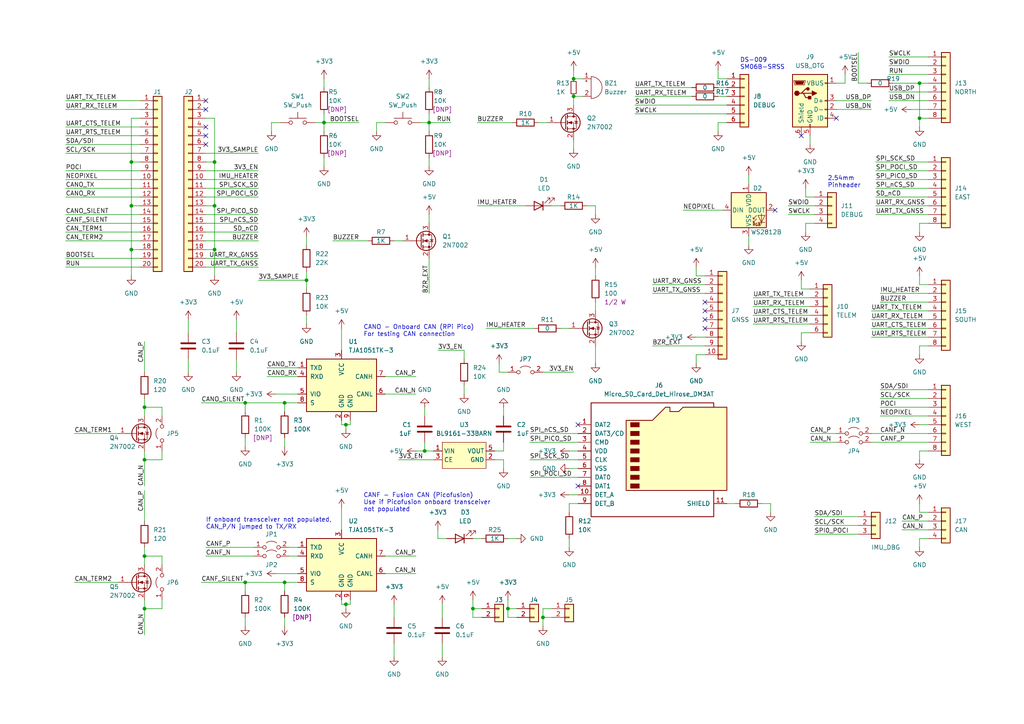
<source format=kicad_sch>
(kicad_sch (version 20211123) (generator eeschema)
  (paper "A4")
  (junction (at 266.7 24.13))
  (junction (at 82.55 168.91))
  (junction (at 137.16 176.53))
  (junction (at 147.32 176.53))
  (junction (at 41.91 133.35))
  (junction (at 166.37 22.86))
  (junction (at 38.1 46.99))
  (junction (at 41.91 118.11))
  (junction (at 123.19 130.81))
  (junction (at 71.12 116.84))
  (junction (at 41.91 161.29))
  (junction (at 41.91 176.53))
  (junction (at 166.37 27.94))
  (junction (at 62.23 46.99))
  (junction (at 124.46 35.56))
  (junction (at 93.98 35.56))
  (junction (at 100.33 175.26))
  (junction (at 157.48 179.07))
  (junction (at 266.7 34.29))
  (junction (at 82.55 116.84))
  (junction (at 38.1 59.69))
  (junction (at 71.12 168.91))
  (junction (at 38.1 72.39))
  (junction (at 88.9 81.28))
  (junction (at 100.33 123.19))
  (junction (at 62.23 59.69))
  (junction (at 62.23 72.39))
  (no_connect (at 224.79 60.96))
  (no_connect (at 59.69 41.91))
  (no_connect (at 242.57 34.29))
  (no_connect (at 167.64 140.97))
  (no_connect (at 232.41 39.37))
  (no_connect (at 204.47 92.71))
  (no_connect (at 204.47 95.25))
  (no_connect (at 204.47 87.63))
  (no_connect (at 204.47 90.17))
  (no_connect (at 59.69 29.21))
  (no_connect (at 59.69 31.75))
  (no_connect (at 59.69 36.83))
  (no_connect (at 59.69 39.37))
  (no_connect (at 167.64 123.19))
  (wire (pts (xy 83.82 158.75) (xy 86.36 158.75)))
  (wire (pts (xy 165.1 130.81) (xy 167.64 130.81)))
  (wire (pts (xy 266.7 34.29) (xy 269.24 34.29)))
  (wire (pts (xy 266.7 64.77) (xy 266.7 67.31)))
  (wire (pts (xy 59.69 44.45) (xy 74.93 44.45)))
  (wire (pts (xy 255.27 113.03) (xy 269.24 113.03)))
  (wire (pts (xy 71.12 179.07) (xy 71.12 181.61)))
  (wire (pts (xy 62.23 59.69) (xy 62.23 72.39)))
  (wire (pts (xy 38.1 46.99) (xy 40.64 46.99)))
  (wire (pts (xy 140.97 95.25) (xy 154.94 95.25)))
  (wire (pts (xy 100.33 175.26) (xy 101.6 175.26)))
  (wire (pts (xy 19.05 29.21) (xy 40.64 29.21)))
  (wire (pts (xy 88.9 68.58) (xy 88.9 71.12)))
  (wire (pts (xy 46.99 130.81) (xy 46.99 133.35)))
  (wire (pts (xy 266.7 24.13) (xy 266.7 34.29)))
  (wire (pts (xy 232.41 96.52) (xy 234.95 96.52)))
  (wire (pts (xy 201.93 97.79) (xy 204.47 97.79)))
  (wire (pts (xy 232.41 99.06) (xy 232.41 96.52)))
  (wire (pts (xy 111.76 166.37) (xy 120.65 166.37)))
  (wire (pts (xy 166.37 27.94) (xy 168.91 27.94)))
  (wire (pts (xy 252.73 90.17) (xy 269.24 90.17)))
  (wire (pts (xy 234.95 125.73) (xy 242.57 125.73)))
  (wire (pts (xy 147.32 179.07) (xy 149.86 179.07)))
  (wire (pts (xy 19.05 62.23) (xy 40.64 62.23)))
  (wire (pts (xy 264.16 31.75) (xy 269.24 31.75)))
  (wire (pts (xy 232.41 83.82) (xy 234.95 83.82)))
  (wire (pts (xy 71.12 116.84) (xy 82.55 116.84)))
  (wire (pts (xy 257.81 26.67) (xy 269.24 26.67)))
  (wire (pts (xy 213.36 146.05) (xy 210.82 146.05)))
  (wire (pts (xy 115.57 133.35) (xy 125.73 133.35)))
  (wire (pts (xy 41.91 133.35) (xy 41.91 140.97)))
  (wire (pts (xy 172.72 100.33) (xy 172.72 105.41)))
  (wire (pts (xy 74.93 64.77) (xy 59.69 64.77)))
  (wire (pts (xy 252.73 125.73) (xy 269.24 125.73)))
  (wire (pts (xy 19.05 64.77) (xy 40.64 64.77)))
  (wire (pts (xy 68.58 92.71) (xy 68.58 96.52)))
  (wire (pts (xy 184.15 33.02) (xy 210.82 33.02)))
  (wire (pts (xy 41.91 142.24) (xy 41.91 151.13)))
  (wire (pts (xy 217.17 50.8) (xy 217.17 53.34)))
  (wire (pts (xy 41.91 161.29) (xy 41.91 163.83)))
  (wire (pts (xy 266.7 34.29) (xy 266.7 36.83)))
  (wire (pts (xy 114.3 186.69) (xy 114.3 190.5)))
  (wire (pts (xy 153.67 125.73) (xy 167.64 125.73)))
  (wire (pts (xy 19.05 69.85) (xy 40.64 69.85)))
  (wire (pts (xy 223.52 146.05) (xy 220.98 146.05)))
  (wire (pts (xy 59.69 49.53) (xy 74.93 49.53)))
  (wire (pts (xy 93.98 35.56) (xy 104.14 35.56)))
  (wire (pts (xy 123.19 130.81) (xy 125.73 130.81)))
  (wire (pts (xy 184.15 25.4) (xy 200.66 25.4)))
  (wire (pts (xy 137.16 156.21) (xy 139.7 156.21)))
  (wire (pts (xy 46.99 118.11) (xy 46.99 120.65)))
  (wire (pts (xy 153.67 133.35) (xy 167.64 133.35)))
  (wire (pts (xy 58.42 168.91) (xy 71.12 168.91)))
  (wire (pts (xy 166.37 22.86) (xy 168.91 22.86)))
  (wire (pts (xy 68.58 104.14) (xy 68.58 107.95)))
  (wire (pts (xy 82.55 179.07) (xy 82.55 181.61)))
  (wire (pts (xy 83.82 161.29) (xy 86.36 161.29)))
  (wire (pts (xy 77.47 109.22) (xy 86.36 109.22)))
  (wire (pts (xy 99.06 121.92) (xy 99.06 123.19)))
  (wire (pts (xy 172.72 77.47) (xy 172.72 80.01)))
  (wire (pts (xy 127 153.67) (xy 127 156.21)))
  (wire (pts (xy 157.48 179.07) (xy 157.48 181.61)))
  (wire (pts (xy 157.48 107.95) (xy 166.37 107.95)))
  (wire (pts (xy 123.19 118.11) (xy 123.19 120.65)))
  (wire (pts (xy 137.16 179.07) (xy 137.16 176.53)))
  (wire (pts (xy 269.24 64.77) (xy 266.7 64.77)))
  (wire (pts (xy 254 46.99) (xy 269.24 46.99)))
  (wire (pts (xy 101.6 173.99) (xy 101.6 175.26)))
  (wire (pts (xy 74.93 62.23) (xy 59.69 62.23)))
  (wire (pts (xy 146.05 128.27) (xy 146.05 130.81)))
  (wire (pts (xy 38.1 34.29) (xy 38.1 46.99)))
  (wire (pts (xy 266.7 100.33) (xy 266.7 102.87)))
  (wire (pts (xy 128.27 186.69) (xy 128.27 190.5)))
  (wire (pts (xy 109.22 38.1) (xy 109.22 35.56)))
  (wire (pts (xy 147.32 173.99) (xy 147.32 176.53)))
  (wire (pts (xy 165.1 146.05) (xy 165.1 148.59)))
  (wire (pts (xy 252.73 92.71) (xy 269.24 92.71)))
  (wire (pts (xy 114.3 69.85) (xy 116.84 69.85)))
  (wire (pts (xy 252.73 97.79) (xy 269.24 97.79)))
  (wire (pts (xy 19.05 31.75) (xy 40.64 31.75)))
  (wire (pts (xy 137.16 176.53) (xy 139.7 176.53)))
  (wire (pts (xy 124.46 45.72) (xy 124.46 48.26)))
  (wire (pts (xy 62.23 46.99) (xy 59.69 46.99)))
  (wire (pts (xy 100.33 123.19) (xy 100.33 124.46)))
  (wire (pts (xy 266.7 80.01) (xy 266.7 82.55)))
  (wire (pts (xy 261.62 151.13) (xy 269.24 151.13)))
  (wire (pts (xy 124.46 35.56) (xy 124.46 38.1)))
  (wire (pts (xy 124.46 62.23) (xy 124.46 64.77)))
  (wire (pts (xy 157.48 179.07) (xy 160.02 179.07)))
  (wire (pts (xy 208.28 35.56) (xy 210.82 35.56)))
  (wire (pts (xy 59.69 52.07) (xy 74.93 52.07)))
  (wire (pts (xy 38.1 46.99) (xy 38.1 59.69)))
  (wire (pts (xy 41.91 118.11) (xy 41.91 120.65)))
  (wire (pts (xy 58.42 116.84) (xy 71.12 116.84)))
  (wire (pts (xy 19.05 39.37) (xy 40.64 39.37)))
  (wire (pts (xy 111.76 161.29) (xy 120.65 161.29)))
  (wire (pts (xy 137.16 173.99) (xy 137.16 176.53)))
  (wire (pts (xy 218.44 91.44) (xy 234.95 91.44)))
  (wire (pts (xy 74.93 74.93) (xy 59.69 74.93)))
  (wire (pts (xy 46.99 173.99) (xy 46.99 176.53)))
  (wire (pts (xy 266.7 130.81) (xy 269.24 130.81)))
  (wire (pts (xy 266.7 146.05) (xy 266.7 148.59)))
  (wire (pts (xy 71.12 127) (xy 71.12 129.54)))
  (wire (pts (xy 245.11 21.59) (xy 245.11 24.13)))
  (wire (pts (xy 255.27 115.57) (xy 269.24 115.57)))
  (wire (pts (xy 59.69 158.75) (xy 73.66 158.75)))
  (wire (pts (xy 257.81 29.21) (xy 269.24 29.21)))
  (wire (pts (xy 128.27 175.26) (xy 128.27 179.07)))
  (wire (pts (xy 21.59 125.73) (xy 34.29 125.73)))
  (wire (pts (xy 88.9 81.28) (xy 88.9 83.82)))
  (wire (pts (xy 88.9 91.44) (xy 88.9 93.98)))
  (wire (pts (xy 252.73 95.25) (xy 269.24 95.25)))
  (wire (pts (xy 99.06 95.25) (xy 99.06 101.6)))
  (wire (pts (xy 62.23 72.39) (xy 62.23 80.01)))
  (wire (pts (xy 233.68 54.61) (xy 233.68 57.15)))
  (wire (pts (xy 138.43 59.69) (xy 152.4 59.69)))
  (wire (pts (xy 234.95 128.27) (xy 242.57 128.27)))
  (wire (pts (xy 124.46 22.86) (xy 124.46 25.4)))
  (wire (pts (xy 172.72 62.23) (xy 172.72 59.69)))
  (wire (pts (xy 165.1 143.51) (xy 167.64 143.51)))
  (wire (pts (xy 41.91 173.99) (xy 41.91 176.53)))
  (wire (pts (xy 236.22 154.94) (xy 248.92 154.94)))
  (wire (pts (xy 96.52 69.85) (xy 106.68 69.85)))
  (wire (pts (xy 41.91 99.06) (xy 41.91 107.95)))
  (wire (pts (xy 144.78 107.95) (xy 147.32 107.95)))
  (wire (pts (xy 160.02 59.69) (xy 162.56 59.69)))
  (wire (pts (xy 184.15 30.48) (xy 210.82 30.48)))
  (wire (pts (xy 38.1 72.39) (xy 38.1 80.01)))
  (wire (pts (xy 41.91 115.57) (xy 41.91 118.11)))
  (wire (pts (xy 19.05 67.31) (xy 40.64 67.31)))
  (wire (pts (xy 38.1 59.69) (xy 40.64 59.69)))
  (wire (pts (xy 254 52.07) (xy 269.24 52.07)))
  (wire (pts (xy 59.69 161.29) (xy 73.66 161.29)))
  (wire (pts (xy 99.06 173.99) (xy 99.06 175.26)))
  (wire (pts (xy 167.64 146.05) (xy 165.1 146.05)))
  (wire (pts (xy 71.12 168.91) (xy 71.12 171.45)))
  (wire (pts (xy 189.23 85.09) (xy 204.47 85.09)))
  (wire (pts (xy 21.59 168.91) (xy 34.29 168.91)))
  (wire (pts (xy 19.05 49.53) (xy 40.64 49.53)))
  (wire (pts (xy 146.05 130.81) (xy 143.51 130.81)))
  (wire (pts (xy 74.93 57.15) (xy 59.69 57.15)))
  (wire (pts (xy 218.44 93.98) (xy 234.95 93.98)))
  (wire (pts (xy 62.23 59.69) (xy 62.23 46.99)))
  (wire (pts (xy 101.6 121.92) (xy 101.6 123.19)))
  (wire (pts (xy 162.56 95.25) (xy 165.1 95.25)))
  (wire (pts (xy 153.67 138.43) (xy 167.64 138.43)))
  (wire (pts (xy 82.55 127) (xy 82.55 129.54)))
  (wire (pts (xy 62.23 34.29) (xy 62.23 46.99)))
  (wire (pts (xy 266.7 130.81) (xy 266.7 133.35)))
  (wire (pts (xy 147.32 156.21) (xy 149.86 156.21)))
  (wire (pts (xy 19.05 77.47) (xy 40.64 77.47)))
  (wire (pts (xy 157.48 176.53) (xy 160.02 176.53)))
  (wire (pts (xy 266.7 82.55) (xy 269.24 82.55)))
  (wire (pts (xy 46.99 161.29) (xy 46.99 163.83)))
  (wire (pts (xy 144.78 105.41) (xy 144.78 107.95)))
  (wire (pts (xy 166.37 20.32) (xy 166.37 22.86)))
  (wire (pts (xy 77.47 106.68) (xy 86.36 106.68)))
  (wire (pts (xy 208.28 20.32) (xy 208.28 22.86)))
  (wire (pts (xy 82.55 116.84) (xy 82.55 119.38)))
  (wire (pts (xy 208.28 25.4) (xy 210.82 25.4)))
  (wire (pts (xy 201.93 105.41) (xy 201.93 102.87)))
  (wire (pts (xy 261.62 153.67) (xy 269.24 153.67)))
  (wire (pts (xy 266.7 158.75) (xy 266.7 156.21)))
  (wire (pts (xy 41.91 176.53) (xy 41.91 184.15)))
  (wire (pts (xy 82.55 168.91) (xy 86.36 168.91)))
  (wire (pts (xy 248.92 24.13) (xy 251.46 24.13)))
  (wire (pts (xy 59.69 34.29) (xy 62.23 34.29)))
  (wire (pts (xy 232.41 81.28) (xy 232.41 83.82)))
  (wire (pts (xy 266.7 24.13) (xy 269.24 24.13)))
  (wire (pts (xy 233.68 64.77) (xy 236.22 64.77)))
  (wire (pts (xy 266.7 156.21) (xy 269.24 156.21)))
  (wire (pts (xy 100.33 123.19) (xy 101.6 123.19)))
  (wire (pts (xy 124.46 33.02) (xy 124.46 35.56)))
  (wire (pts (xy 208.28 27.94) (xy 210.82 27.94)))
  (wire (pts (xy 266.7 123.19) (xy 269.24 123.19)))
  (wire (pts (xy 218.44 88.9) (xy 234.95 88.9)))
  (wire (pts (xy 124.46 74.93) (xy 124.46 85.09)))
  (wire (pts (xy 157.48 176.53) (xy 157.48 179.07)))
  (wire (pts (xy 254 59.69) (xy 269.24 59.69)))
  (wire (pts (xy 184.15 27.94) (xy 200.66 27.94)))
  (wire (pts (xy 146.05 135.89) (xy 146.05 133.35)))
  (wire (pts (xy 41.91 118.11) (xy 46.99 118.11)))
  (wire (pts (xy 91.44 35.56) (xy 93.98 35.56)))
  (wire (pts (xy 201.93 102.87) (xy 204.47 102.87)))
  (wire (pts (xy 41.91 161.29) (xy 46.99 161.29)))
  (wire (pts (xy 41.91 158.75) (xy 41.91 161.29)))
  (wire (pts (xy 54.61 104.14) (xy 54.61 107.95)))
  (wire (pts (xy 147.32 176.53) (xy 149.86 176.53)))
  (wire (pts (xy 228.6 62.23) (xy 236.22 62.23)))
  (wire (pts (xy 121.92 35.56) (xy 124.46 35.56)))
  (wire (pts (xy 166.37 40.64) (xy 166.37 43.18)))
  (wire (pts (xy 127 101.6) (xy 134.62 101.6)))
  (wire (pts (xy 134.62 101.6) (xy 134.62 104.14)))
  (wire (pts (xy 46.99 176.53) (xy 41.91 176.53)))
  (wire (pts (xy 88.9 81.28) (xy 88.9 78.74)))
  (wire (pts (xy 266.7 148.59) (xy 269.24 148.59)))
  (wire (pts (xy 242.57 31.75) (xy 252.73 31.75)))
  (wire (pts (xy 59.69 77.47) (xy 74.93 77.47)))
  (wire (pts (xy 259.08 24.13) (xy 266.7 24.13)))
  (wire (pts (xy 59.69 72.39) (xy 62.23 72.39)))
  (wire (pts (xy 123.19 128.27) (xy 123.19 130.81)))
  (wire (pts (xy 80.01 114.3) (xy 86.36 114.3)))
  (wire (pts (xy 71.12 116.84) (xy 71.12 119.38)))
  (wire (pts (xy 38.1 59.69) (xy 38.1 72.39)))
  (wire (pts (xy 198.12 60.96) (xy 209.55 60.96)))
  (wire (pts (xy 78.74 38.1) (xy 78.74 35.56)))
  (wire (pts (xy 19.05 41.91) (xy 40.64 41.91)))
  (wire (pts (xy 217.17 68.58) (xy 217.17 71.12)))
  (wire (pts (xy 165.1 156.21) (xy 165.1 158.75)))
  (wire (pts (xy 172.72 87.63) (xy 172.72 90.17)))
  (wire (pts (xy 266.7 100.33) (xy 269.24 100.33)))
  (wire (pts (xy 114.3 175.26) (xy 114.3 179.07)))
  (wire (pts (xy 19.05 54.61) (xy 40.64 54.61)))
  (wire (pts (xy 74.93 69.85) (xy 59.69 69.85)))
  (wire (pts (xy 166.37 27.94) (xy 166.37 30.48)))
  (wire (pts (xy 236.22 149.86) (xy 248.92 149.86)))
  (wire (pts (xy 201.93 80.01) (xy 201.93 77.47)))
  (wire (pts (xy 146.05 133.35) (xy 143.51 133.35)))
  (wire (pts (xy 242.57 24.13) (xy 245.11 24.13)))
  (wire (pts (xy 147.32 176.53) (xy 147.32 179.07)))
  (wire (pts (xy 99.06 147.32) (xy 99.06 153.67)))
  (wire (pts (xy 257.81 21.59) (xy 269.24 21.59)))
  (wire (pts (xy 46.99 133.35) (xy 41.91 133.35)))
  (wire (pts (xy 40.64 72.39) (xy 38.1 72.39)))
  (wire (pts (xy 254 57.15) (xy 269.24 57.15)))
  (wire (pts (xy 257.81 16.51) (xy 269.24 16.51)))
  (wire (pts (xy 93.98 35.56) (xy 93.98 38.1)))
  (wire (pts (xy 156.21 35.56) (xy 158.75 35.56)))
  (wire (pts (xy 111.76 114.3) (xy 120.65 114.3)))
  (wire (pts (xy 172.72 59.69) (xy 170.18 59.69)))
  (wire (pts (xy 208.28 38.1) (xy 208.28 35.56)))
  (wire (pts (xy 233.68 67.31) (xy 233.68 64.77)))
  (wire (pts (xy 233.68 57.15) (xy 236.22 57.15)))
  (wire (pts (xy 255.27 87.63) (xy 269.24 87.63)))
  (wire (pts (xy 223.52 148.59) (xy 223.52 146.05)))
  (wire (pts (xy 234.95 39.37) (xy 234.95 41.91)))
  (wire (pts (xy 127 156.21) (xy 129.54 156.21)))
  (wire (pts (xy 218.44 86.36) (xy 234.95 86.36)))
  (wire (pts (xy 189.23 100.33) (xy 204.47 100.33)))
  (wire (pts (xy 54.61 92.71) (xy 54.61 96.52)))
  (wire (pts (xy 19.05 57.15) (xy 40.64 57.15)))
  (wire (pts (xy 228.6 59.69) (xy 236.22 59.69)))
  (wire (pts (xy 59.69 59.69) (xy 62.23 59.69)))
  (wire (pts (xy 109.22 35.56) (xy 111.76 35.56)))
  (wire (pts (xy 139.7 179.07) (xy 137.16 179.07)))
  (wire (pts (xy 255.27 120.65) (xy 269.24 120.65)))
  (wire (pts (xy 19.05 44.45) (xy 40.64 44.45)))
  (wire (pts (xy 99.06 123.19) (xy 100.33 123.19)))
  (wire (pts (xy 78.74 35.56) (xy 81.28 35.56)))
  (wire (pts (xy 80.01 166.37) (xy 86.36 166.37)))
  (wire (pts (xy 146.05 118.11) (xy 146.05 120.65)))
  (wire (pts (xy 40.64 34.29) (xy 38.1 34.29)))
  (wire (pts (xy 74.93 81.28) (xy 88.9 81.28)))
  (wire (pts (xy 93.98 22.86) (xy 93.98 25.4)))
  (wire (pts (xy 204.47 80.01) (xy 201.93 80.01)))
  (wire (pts (xy 19.05 74.93) (xy 40.64 74.93)))
  (wire (pts (xy 254 49.53) (xy 269.24 49.53)))
  (wire (pts (xy 254 54.61) (xy 269.24 54.61)))
  (wire (pts (xy 74.93 67.31) (xy 59.69 67.31)))
  (wire (pts (xy 99.06 175.26) (xy 100.33 175.26)))
  (wire (pts (xy 134.62 111.76) (xy 134.62 114.3)))
  (wire (pts (xy 165.1 135.89) (xy 167.64 135.89)))
  (wire (pts (xy 257.81 19.05) (xy 269.24 19.05)))
  (wire (pts (xy 82.55 168.91) (xy 82.55 171.45)))
  (wire (pts (xy 41.91 130.81) (xy 41.91 133.35)))
  (wire (pts (xy 248.92 15.24) (xy 248.92 24.13)))
  (wire (pts (xy 255.27 118.11) (xy 269.24 118.11)))
  (wire (pts (xy 254 62.23) (xy 269.24 62.23)))
  (wire (pts (xy 189.23 82.55) (xy 204.47 82.55)))
  (wire (pts (xy 100.33 175.26) (xy 100.33 176.53)))
  (wire (pts (xy 82.55 116.84) (xy 86.36 116.84)))
  (wire (pts (xy 120.65 130.81) (xy 123.19 130.81)))
  (wire (pts (xy 19.05 36.83) (xy 40.64 36.83)))
  (wire (pts (xy 208.28 22.86) (xy 210.82 22.86)))
  (wire (pts (xy 138.43 35.56) (xy 148.59 35.56)))
  (wire (pts (xy 71.12 168.91) (xy 82.55 168.91)))
  (wire (pts (xy 93.98 45.72) (xy 93.98 48.26)))
  (wire (pts (xy 111.76 109.22) (xy 120.65 109.22)))
  (wire (pts (xy 236.22 152.4) (xy 248.92 152.4)))
  (wire (pts (xy 74.93 54.61) (xy 59.69 54.61)))
  (wire (pts (xy 255.27 85.09) (xy 269.24 85.09)))
  (wire (pts (xy 153.67 128.27) (xy 167.64 128.27)))
  (wire (pts (xy 252.73 128.27) (xy 269.24 128.27)))
  (wire (pts (xy 93.98 33.02) (xy 93.98 35.56)))
  (wire (pts (xy 242.57 29.21) (xy 252.73 29.21)))
  (wire (pts (xy 19.05 52.07) (xy 40.64 52.07)))
  (wire (pts (xy 124.46 35.56) (xy 130.81 35.56)))
  (text "CANO - Onboard CAN (RPi Pico)\nFor testing CAN connection" (at 105.41 97.79 0) (effects (font (size 1.27 1.27)) (justify left bottom)))
  (text "If onboard transceiver not populated,\nCAN_P/N jumped to TX/RX" (at 59.69 153.67 0) (effects (font (size 1.27 1.27)) (justify left bottom)))
  (text "DS-009\nSM06B-SRSS" (at 214.63 20.32 0) (effects (font (size 1.27 1.27)) (justify left bottom)))
  (text "CANF - Fusion CAN (Picofusion)\nUse if Picofusion onboard transceiver\nnot populated" (at 105.41 148.59 0) (effects (font (size 1.27 1.27)) (justify left bottom)))
  (text "2.54mm\nPinheader" (at 240.03 54.61 0) (effects (font (size 1.27 1.27)) (justify left bottom)))
  (label "UART_RX_TELEM" (at 184.15 27.94 0))
  (label "CAN_N" (at 41.91 184.15 90))
  (label "SDA{slash}SDI" (at 236.22 149.86 0))
  (label "UART_RTS_TELEM" (at 252.73 97.79 0))
  (label "USB_DN" (at 257.81 29.21 0))
  (label "UART_TX_GNSS" (at 254 62.23 0))
  (label "UART_TX_TELEM" (at 184.15 25.4 0))
  (label "3V3_EN" (at 74.93 49.53 180))
  (label "NEOPIXEL" (at 19.05 52.07 0))
  (label "SWCLK" (at 184.15 33.02 0))
  (label "SDA{slash}SDI" (at 19.05 41.91 0))
  (label "SCL{slash}SCK" (at 255.27 115.57 0))
  (label "SPI0_POCI" (at 236.22 154.94 0))
  (label "POCI" (at 255.27 118.11 0))
  (label "BUZZER" (at 255.27 87.63 0))
  (label "UART_RX_GNSS" (at 74.93 74.93 180))
  (label "CANF_N" (at 59.69 161.29 0))
  (label "UART_TX_TELEM" (at 252.73 90.17 0))
  (label "CAN_N" (at 120.65 166.37 180))
  (label "3V3_EN" (at 166.37 107.95 180))
  (label "SPI_SCK_SD" (at 254 46.99 0))
  (label "SPI_nCS_SD" (at 153.67 125.73 0))
  (label "SWDIO" (at 184.15 30.48 0))
  (label "UART_CTS_TELEM" (at 252.73 95.25 0))
  (label "SPI_SCK_SD" (at 153.67 133.35 0))
  (label "BUZZER" (at 138.43 35.56 0))
  (label "CAN_N" (at 120.65 114.3 180))
  (label "BOOTSEL" (at 19.05 74.93 0))
  (label "CAN_N" (at 234.95 128.27 0))
  (label "USB_DN" (at 252.73 31.75 180))
  (label "CAN_P" (at 261.62 151.13 0))
  (label "USB_DP" (at 257.81 26.67 0))
  (label "CANF_P" (at 59.69 158.75 0))
  (label "RUN" (at 257.81 21.59 0))
  (label "UART_RTS_TELEM" (at 19.05 39.37 0))
  (label "UART_RX_TELEM" (at 252.73 92.71 0))
  (label "3V3_SAMPLE" (at 74.93 44.45 180))
  (label "SCL{slash}SCK" (at 19.05 44.45 0))
  (label "CANO_SILENT" (at 19.05 62.23 0))
  (label "CAN_P" (at 120.65 161.29 180))
  (label "CAN_TERM1" (at 19.05 67.31 0))
  (label "SPI_nCS_SD" (at 254 54.61 0))
  (label "IMU_HEATER" (at 74.93 52.07 180))
  (label "SPI_PICO_SD" (at 74.93 62.23 180))
  (label "CANF_SILENT" (at 19.05 64.77 0))
  (label "UART_RX_GNSS" (at 254 59.69 0))
  (label "3V3_EN" (at 127 101.6 0))
  (label "UART_TX_TELEM" (at 19.05 29.21 0))
  (label "UART_TX_TELEM" (at 218.44 86.36 0))
  (label "UART_TX_GNSS" (at 74.93 77.47 180))
  (label "CAN_P" (at 41.91 142.24 270))
  (label "POCI" (at 19.05 49.53 0))
  (label "NEOPIXEL" (at 255.27 120.65 0))
  (label "SPI_nCS_SD" (at 74.93 64.77 180))
  (label "SPI_POCI_SD" (at 153.67 138.43 0))
  (label "SCL{slash}SCK" (at 236.22 152.4 0))
  (label "SWDIO" (at 228.6 59.69 0))
  (label "CANO_SILENT" (at 58.42 116.84 0))
  (label "CANO_TX" (at 77.47 106.68 0))
  (label "CANF_SILENT" (at 58.42 168.91 0))
  (label "CAN_P" (at 234.95 125.73 0))
  (label "CANF_P" (at 255.27 128.27 0))
  (label "UART_CTS_TELEM" (at 218.44 91.44 0))
  (label "CAN_TERM1" (at 21.59 125.73 0))
  (label "SD_nCD" (at 74.93 67.31 180))
  (label "UART_CTS_TELEM" (at 19.05 36.83 0))
  (label "SWCLK" (at 228.6 62.23 0))
  (label "RUN" (at 19.05 77.47 0))
  (label "CAN_N" (at 41.91 140.97 90))
  (label "UART_RX_TELEM" (at 19.05 31.75 0))
  (label "SD_nCD" (at 254 57.15 0))
  (label "SWDIO" (at 257.81 19.05 0))
  (label "3V3_SAMPLE" (at 74.93 81.28 0))
  (label "UART_RTS_TELEM" (at 218.44 93.98 0))
  (label "BOOTSEL" (at 104.14 35.56 180))
  (label "BZR_EXT" (at 124.46 85.09 90))
  (label "BUZZER" (at 74.93 69.85 180))
  (label "CANF_N" (at 255.27 125.73 0))
  (label "IMU_HEATER" (at 140.97 95.25 0))
  (label "NEOPIXEL" (at 198.12 60.96 0))
  (label "UART_RX_TELEM" (at 218.44 88.9 0))
  (label "UART_TX_GNSS" (at 189.23 85.09 0))
  (label "RUN" (at 130.81 35.56 180))
  (label "CAN_P" (at 41.91 99.06 270))
  (label "BZR_EXT" (at 189.23 100.33 0))
  (label "IMU_HEATER" (at 138.43 59.69 0))
  (label "SDA{slash}SDI" (at 255.27 113.03 0))
  (label "UART_RX_GNSS" (at 189.23 82.55 0))
  (label "SPI_POCI_SD" (at 74.93 57.15 180))
  (label "BOOTSEL" (at 248.92 15.24 270))
  (label "CAN_P" (at 120.65 109.22 180))
  (label "3V3_EN" (at 115.57 133.35 0))
  (label "CANO_TX" (at 19.05 54.61 0))
  (label "SPI_PICO_SD" (at 153.67 128.27 0))
  (label "SPI_PICO_SD" (at 254 52.07 0))
  (label "USB_DP" (at 252.73 29.21 180))
  (label "CAN_TERM2" (at 19.05 69.85 0))
  (label "IMU_HEATER" (at 255.27 85.09 0))
  (label "BUZZER" (at 96.52 69.85 0))
  (label "SPI_POCI_SD" (at 254 49.53 0))
  (label "CAN_N" (at 261.62 153.67 0))
  (label "SWCLK" (at 257.81 16.51 0))
  (label "CANO_RX" (at 77.47 109.22 0))
  (label "SPI_SCK_SD" (at 74.93 54.61 180))
  (label "CANO_RX" (at 19.05 57.15 0))
  (label "CAN_TERM2" (at 21.59 168.91 0))
  (symbol (lib_id "Device:R") (at 71.12 175.26 0) (unit 1)
    (property "Reference" "R2" (at 73.66 173.99 0) (effects (justify left)))
    (property "Value" "100K" (at 73.66 176.53 0) (effects (justify left)))
    (property "Footprint" "Resistor_SMD:R_0603_1608Metric" (effects hide))
    (property "LCSC" "C25741" (effects hide))
  )
  (symbol (lib_id "power:GND") (at 208.28 38.1 0) (unit 1)
    (property "Reference" "#PWR036" (effects hide))
    (property "Value" "GND" (at 208.28 43.18 0))
  )
  (symbol (lib_id "power:GND") (at 266.7 133.35 0) (unit 1)
    (property "Reference" "#PWR052" (effects hide))
    (property "Value" "GND" (at 266.7 138.43 0))
  )
  (symbol (lib_id "power:+3V3") (at 147.32 173.99 0) (unit 1)
    (property "Reference" "#PWR021" (effects hide))
    (property "Value" "+3V3" (at 147.32 168.91 0))
  )
  (symbol (lib_id "Device:R") (at 143.51 156.21 90) (unit 1)
    (property "Reference" "R25" (at 143.51 153.67 90))
    (property "Value" "1K" (at 143.51 156.21 90))
    (property "Footprint" "Resistor_SMD:R_0603_1608Metric" (effects hide))
  )
  (symbol (lib_id "power:+5V") (at 137.16 173.99 0) (unit 1)
    (property "Reference" "#PWR020" (effects hide))
    (property "Value" "+5V" (at 137.16 168.91 0))
  )
  (symbol (lib_id "Device:R") (at 110.49 69.85 90) (unit 1)
    (property "Reference" "R7" (at 110.49 67.31 90))
    (property "Value" "1K" (at 110.49 69.85 90))
    (property "Footprint" "Resistor_SMD:R_0603_1608Metric" (effects hide))
  )
  (symbol (lib_id "power:GND") (at 134.62 114.3 0) (unit 1)
    (property "Reference" "#PWR059" (effects hide))
    (property "Value" "GND" (at 134.62 119.38 0))
  )
  (symbol (lib_id "Device:R") (at 204.47 27.94 90) (unit 1)
    (property "Reference" "R17" (at 209.55 26.67 90))
    (property "Value" "0" (at 204.47 27.94 90))
    (property "Footprint" "Resistor_SMD:R_0603_1608Metric" (effects hide))
  )
  (symbol (lib_id "Device:R") (at 93.98 29.21 0) (unit 1)
    (property "Reference" "R5" (at 95.25 26.67 0) (effects (justify left)))
    (property "Value" "10K" (at 95.25 29.21 0) (effects (justify left)))
    (property "Footprint" "Resistor_SMD:R_0603_1608Metric" (effects hide))
    (property "DNP" "[DNP]" (at 97.79 31.7501 0))
  )
  (symbol (lib_id "power:GND") (at 71.12 129.54 0) (unit 1)
    (property "Reference" "#PWR03" (effects hide))
    (property "Value" "GND" (at 71.12 134.62 0))
  )
  (symbol (lib_id "power:+5V") (at 172.72 77.47 0) (unit 1)
    (property "Reference" "#PWR030" (effects hide))
    (property "Value" "+5V" (at 172.72 72.39 0))
  )
  (symbol (lib_id "Device:R") (at 124.46 41.91 0) (unit 1)
    (property "Reference" "R9" (at 125.73 39.37 0) (effects (justify left)))
    (property "Value" "10K" (at 125.73 41.91 0) (effects (justify left)))
    (property "Footprint" "Resistor_SMD:R_0603_1608Metric" (effects hide))
    (property "DNP" "[DNP]" (at 128.27 44.4501 0))
  )
  (symbol (lib_id "Connector_Generic:Conn_01x20") (at 45.72 52.07 0) (unit 1)
    (property "Reference" "J1" (at 44.45 26.67 0) (effects (justify left)))
    (property "Value" "PICO_WEST" (effects hide))
    (property "Footprint" "Connector_PinSocket_2.54mm:PinSocket_1x20_P2.54mm_Vertical_SMD_Pin1Left" (effects hide))
  )
  (symbol (lib_id "Device:R") (at 166.37 59.69 90) (unit 1)
    (property "Reference" "R14" (at 166.37 57.15 90))
    (property "Value" "1K" (at 166.37 59.69 90))
    (property "Footprint" "Resistor_SMD:R_0603_1608Metric" (effects hide))
  )
  (symbol (lib_id "Device:R") (at 165.1 152.4 0) (unit 1)
    (property "Reference" "R12" (at 167.64 151.1299 0) (effects (justify left)))
    (property "Value" "10K" (at 167.64 153.6699 0) (effects (justify left)))
    (property "Footprint" "Resistor_SMD:R_0603_1608Metric" (effects hide))
  )
  (symbol (lib_id "Device:R") (at 172.72 83.82 0) (unit 1)
    (property "Reference" "R15" (at 175.26 82.5499 0) (effects (justify left)))
    (property "Value" "100" (at 175.26 85.0899 0) (effects (justify left)))
    (property "Footprint" "Resistor_SMD:R_0603_1608Metric" (effects hide))
    (property "Power" "1/2 W" (at 175.26 87.63 0) (effects (justify left)))
  )
  (symbol (lib_id "Connector_Generic:Conn_01x20") (at 54.61 52.07 0) (mirror y) (unit 1)
    (property "Reference" "J2" (at 55.88 26.67 0) (effects (justify left)))
    (property "Value" "PICO_EAST" (effects hide))
    (property "Footprint" "Connector_PinSocket_2.54mm:PinSocket_1x20_P2.54mm_Vertical_SMD_Pin1Left" (effects hide))
  )
  (symbol (lib_id "power:GND") (at 109.22 38.1 0) (unit 1)
    (property "Reference" "#PWR016" (effects hide))
    (property "Value" "GND" (at 109.22 43.18 0))
  )
  (symbol (lib_id "Connector_Generic:Conn_01x08") (at 274.32 54.61 0) (unit 1)
    (property "Reference" "J14" (at 276.86 54.6099 0) (effects (justify left)))
    (property "Value" "EAST" (at 276.86 57.1499 0) (effects (justify left)))
    (property "Footprint" "picofusion_stamp:Castellated_1x8_P2.54mm_Vertical" (effects hide))
  )
  (symbol (lib_id "Device:R") (at 217.17 146.05 90) (unit 1)
    (property "Reference" "R18" (at 217.17 143.51 90))
    (property "Value" "0" (at 217.17 146.05 90))
    (property "Footprint" "Resistor_SMD:R_0603_1608Metric" (effects hide))
  )
  (symbol (lib_id "power:GND") (at 114.3 190.5 0) (unit 1)
    (property "Reference" "#PWR069" (effects hide))
    (property "Value" "GND" (at 114.3 195.58 0))
  )
  (symbol (lib_id "Device:R") (at 93.98 41.91 0) (unit 1)
    (property "Reference" "R6" (at 95.25 39.37 0) (effects (justify left)))
    (property "Value" "10K" (at 95.25 41.91 0) (effects (justify left)))
    (property "Footprint" "Resistor_SMD:R_0603_1608Metric" (effects hide))
    (property "DNP" "[DNP]" (at 97.79 44.4501 0))
  )
  (symbol (lib_id "power:GND") (at 172.72 62.23 0) (unit 1)
    (property "Reference" "#PWR029" (effects hide))
    (property "Value" "GND" (at 172.72 67.31 0))
  )
  (symbol (lib_id "Interface_CAN_LIN:TJA1051TK-3") (at 99.06 111.76 0) (unit 1)
    (property "Reference" "U1" (at 101.0794 99.06 0) (effects (justify left)))
    (property "Value" "TJA1051TK-3" (at 101.0794 101.6 0) (effects (justify left)))
    (property "Footprint" "Package_DFN_QFN:DFN-8-1EP_3x3mm_P0.65mm_EP1.55x2.4mm" (effects hide))
    (property "Datasheet" "http://www.nxp.com/documents/data_sheet/TJA1051.pdf" (effects hide))
    (property "LCSC" "C124020" (effects hide))
  )
  (symbol (lib_id "LED:WS2812B") (at 217.17 60.96 0) (unit 1)
    (property "Reference" "D2" (at 219.71 54.61 0))
    (property "Value" "WS2812B" (at 222.25 67.31 0))
    (property "Footprint" "LED_SMD:LED_WS2812B_PLCC4_5.0x5.0mm_P3.2mm" (effects hide))
    (property "Datasheet" "https://cdn-shop.adafruit.com/datasheets/WS2812B.pdf" (effects hide))
  )
  (symbol (lib_id "Jumper:Jumper_2_Open") (at 46.99 168.91 90) (unit 1)
    (property "Reference" "JP6" (at 48.26 168.9099 90) (effects (justify right)))
    (property "Value" "Jumper_2_Open" (effects hide))
    (property "Footprint" "Connector_PinHeader_2.54mm:PinHeader_1x02_P2.54mm_Vertical" (effects hide))
  )
  (symbol (lib_id "Switch:SW_Push") (at 116.84 35.56 0) (unit 1)
    (property "Reference" "SW2" (at 116.84 27.94 0))
    (property "Value" "SW_Push" (at 116.84 30.48 0))
    (property "Footprint" "PTS815:PTS815 SJM 250 SMTR LFS" (effects hide))
  )
  (symbol (lib_id "Jumper:Jumper_2_Open") (at 152.4 107.95 0) (unit 1)
    (property "Reference" "JP7" (at 152.4 104.14 0))
    (property "Value" "Jumper_2_Open" (effects hide))
    (property "Footprint" "Connector_PinHeader_2.54mm:PinHeader_1x02_P2.54mm_Vertical" (effects hide))
  )
  (symbol (lib_id "Device:C") (at 128.27 182.88 0) (unit 1)
    (property "Reference" "C6" (at 132.08 181.6099 0) (effects (justify left)))
    (property "Value" "0.1uF" (at 132.08 184.1499 0) (effects (justify left)))
    (property "Footprint" "Capacitor_SMD:C_0603_1608Metric" (effects hide))
    (property "LCSC" "C1525" (effects hide))
  )
  (symbol (lib_id "power:+3V3") (at 80.01 166.37 90) (unit 1)
    (property "Reference" "#PWR07" (effects hide))
    (property "Value" "+3V3" (at 76.2 166.3699 90) (effects (justify left)))
  )
  (symbol (lib_id "power:+3V3") (at 266.7 123.19 90) (unit 1)
    (property "Reference" "#PWR051" (effects hide))
    (property "Value" "+3V3" (at 262.89 123.1899 90) (effects (justify left)))
  )
  (symbol (lib_id "power:+5V") (at 201.93 77.47 0) (unit 1)
    (property "Reference" "#PWR032" (effects hide))
    (property "Value" "+5V" (at 201.93 72.39 0))
  )
  (symbol (lib_id "power:GND") (at 54.61 107.95 0) (unit 1)
    (property "Reference" "#PWR065" (effects hide))
    (property "Value" "GND" (at 54.61 113.03 0))
  )
  (symbol (lib_id "power:GND") (at 38.1 80.01 0) (unit 1)
    (property "Reference" "#PWR01" (effects hide))
    (property "Value" "GND" (at 38.1 85.09 0))
  )
  (symbol (lib_id "power:+3V3") (at 144.78 105.41 0) (unit 1)
    (property "Reference" "#PWR060" (effects hide))
    (property "Value" "+3V3" (at 144.78 100.33 0))
  )
  (symbol (lib_id "Device:R") (at 204.47 25.4 90) (unit 1)
    (property "Reference" "R16" (at 209.55 24.13 90))
    (property "Value" "0" (at 204.47 25.4 90))
    (property "Footprint" "Resistor_SMD:R_0603_1608Metric" (effects hide))
  )
  (symbol (lib_id "Device:R") (at 88.9 87.63 0) (unit 1)
    (property "Reference" "R23" (at 91.44 86.3599 0) (effects (justify left)))
    (property "Value" "10K" (at 91.44 88.8999 0) (effects (justify left)))
    (property "Footprint" "Resistor_SMD:R_0603_1608Metric" (effects hide))
  )
  (symbol (lib_id "power:+5V") (at 232.41 81.28 0) (unit 1)
    (property "Reference" "#PWR040" (effects hide))
    (property "Value" "+5V" (at 232.41 76.2 0))
  )
  (symbol (lib_id "power:GND") (at 146.05 135.89 0) (unit 1)
    (property "Reference" "#PWR062" (effects hide))
    (property "Value" "GND" (at 146.05 140.97 0))
  )
  (symbol (lib_id "Device:C") (at 54.61 100.33 0) (unit 1)
    (property "Reference" "C3" (at 58.42 99.0599 0) (effects (justify left)))
    (property "Value" "0.1uF" (at 58.42 101.5999 0) (effects (justify left)))
    (property "Footprint" "Capacitor_SMD:C_0603_1608Metric" (effects hide))
    (property "LCSC" "C1525" (effects hide))
  )
  (symbol (lib_id "power:GND") (at 165.1 135.89 270) (unit 1)
    (property "Reference" "#PWR024" (effects hide))
    (property "Value" "GND" (at 161.29 135.8899 90) (effects (justify right)))
  )
  (symbol (lib_id "Transistor_FET:2N7002") (at 170.18 95.25 0) (unit 1)
    (property "Reference" "Q3" (at 176.53 93.9799 0) (effects (justify left)))
    (property "Value" "2N7002" (at 176.53 96.5199 0) (effects (justify left)))
    (property "Footprint" "Package_TO_SOT_SMD:SOT-23" (effects hide))
    (property "Datasheet" "https://www.onsemi.com/pub/Collateral/NDS7002A-D.PDF" (effects hide))
  )
  (symbol (lib_id "Transistor_FET:2N7002") (at 121.92 69.85 0) (unit 1)
    (property "Reference" "Q1" (at 128.27 68.5799 0) (effects (justify left)))
    (property "Value" "2N7002" (at 128.27 71.1199 0) (effects (justify left)))
    (property "Footprint" "Package_TO_SOT_SMD:SOT-23" (effects hide))
    (property "Datasheet" "https://www.onsemi.com/pub/Collateral/NDS7002A-D.PDF" (effects hide))
  )
  (symbol (lib_id "Connector_Generic:Conn_01x02") (at 165.1 176.53 0) (unit 1)
    (property "Reference" "J5" (at 163.83 173.99 0) (effects (justify left)))
    (property "Value" "Conn_01x02" (effects hide))
    (property "Footprint" "Connector_PinHeader_2.54mm:PinHeader_1x02_P2.54mm_Vertical" (effects hide))
  )
  (symbol (lib_id "power:GND") (at 100.33 176.53 0) (unit 1)
    (property "Reference" "#PWR015" (effects hide))
    (property "Value" "GND" (at 100.33 181.61 0))
  )
  (symbol (lib_id "Device:R") (at 88.9 74.93 0) (unit 1)
    (property "Reference" "R22" (at 91.44 73.6599 0) (effects (justify left)))
    (property "Value" "22K" (at 91.44 76.1999 0) (effects (justify left)))
    (property "Footprint" "Resistor_SMD:R_0603_1608Metric" (effects hide))
  )
  (symbol (lib_id "power:GND") (at 88.9 93.98 0) (unit 1)
    (property "Reference" "#PWR056" (effects hide))
    (property "Value" "GND" (at 88.9 99.06 0))
  )
  (symbol (lib_id "Device:R") (at 152.4 35.56 90) (unit 1)
    (property "Reference" "R10" (at 152.4 33.02 90))
    (property "Value" "1K" (at 152.4 35.56 90))
    (property "Footprint" "Resistor_SMD:R_0603_1608Metric" (effects hide))
  )
  (symbol (lib_id "power:GND") (at 233.68 67.31 0) (unit 1)
    (property "Reference" "#PWR043" (effects hide))
    (property "Value" "GND" (at 233.68 72.39 0))
  )
  (symbol (lib_id "Transistor_FET:2N7002") (at 163.83 35.56 0) (unit 1)
    (property "Reference" "Q2" (at 170.18 34.2899 0) (effects (justify left)))
    (property "Value" "2N7002" (at 170.18 36.8299 0) (effects (justify left)))
    (property "Footprint" "Package_TO_SOT_SMD:SOT-23" (effects hide))
    (property "Datasheet" "https://www.onsemi.com/pub/Collateral/NDS7002A-D.PDF" (effects hide))
  )
  (symbol (lib_id "power:GND") (at 166.37 43.18 0) (unit 1)
    (property "Reference" "#PWR028" (effects hide))
    (property "Value" "GND" (at 166.37 48.26 0))
  )
  (symbol (lib_id "power:GND") (at 223.52 148.59 0) (unit 1)
    (property "Reference" "#PWR039" (effects hide))
    (property "Value" "GND" (at 223.52 153.67 0))
  )
  (symbol (lib_id "Jumper:Jumper_2_Open") (at 247.65 125.73 0) (unit 1)
    (property "Reference" "JP3" (at 247.65 121.92 0))
    (property "Value" "Jumper_2_Open" (effects hide))
    (property "Footprint" "Connector_PinHeader_2.54mm:PinHeader_1x02_P2.54mm_Vertical" (effects hide))
  )
  (symbol (lib_id "power:+5V") (at 99.06 147.32 0) (unit 1)
    (property "Reference" "#PWR013" (effects hide))
    (property "Value" "+5V" (at 99.06 142.24 0))
  )
  (symbol (lib_id "power:+5V") (at 99.06 95.25 0) (unit 1)
    (property "Reference" "#PWR012" (effects hide))
    (property "Value" "+5V" (at 99.06 90.17 0))
  )
  (symbol (lib_id "power:GND") (at 62.23 80.01 0) (mirror y) (unit 1)
    (property "Reference" "#PWR02" (effects hide))
    (property "Value" "GND" (at 62.23 85.09 0))
  )
  (symbol (lib_id "power:GND") (at 78.74 38.1 0) (unit 1)
    (property "Reference" "#PWR05" (effects hide))
    (property "Value" "GND" (at 78.74 43.18 0))
  )
  (symbol (lib_id "Connector_Generic:Conn_01x08") (at 274.32 90.17 0) (unit 1)
    (property "Reference" "J15" (at 276.86 90.1699 0) (effects (justify left)))
    (property "Value" "SOUTH" (at 276.86 92.7099 0) (effects (justify left)))
    (property "Footprint" "picofusion_stamp:Castellated_1x8_P2.54mm_Vertical" (effects hide))
  )
  (symbol (lib_id "power:GND") (at 172.72 105.41 0) (unit 1)
    (property "Reference" "#PWR031" (effects hide))
    (property "Value" "GND" (at 172.72 110.49 0))
  )
  (symbol (lib_id "power:GND") (at 165.1 158.75 0) (unit 1)
    (property "Reference" "#PWR026" (effects hide))
    (property "Value" "GND" (at 165.1 163.83 0))
  )
  (symbol (lib_id "power:GND") (at 123.19 118.11 0) (mirror x) (unit 1)
    (property "Reference" "#PWR057" (effects hide))
    (property "Value" "GND" (at 123.19 113.03 0))
  )
  (symbol (lib_id "Device:C") (at 114.3 182.88 0) (unit 1)
    (property "Reference" "C5" (at 118.11 181.6099 0) (effects (justify left)))
    (property "Value" "0.1uF" (at 118.11 184.1499 0) (effects (justify left)))
    (property "Footprint" "Capacitor_SMD:C_0603_1608Metric" (effects hide))
    (property "LCSC" "C1525" (effects hide))
  )
  (symbol (lib_id "Device:R") (at 255.27 24.13 90) (unit 1)
    (property "Reference" "R19" (at 259.08 22.86 90))
    (property "Value" "0" (at 255.27 24.13 90))
    (property "Footprint" "Resistor_SMD:R_0603_1608Metric" (effects hide))
  )
  (symbol (lib_id "power:GND") (at 100.33 124.46 0) (unit 1)
    (property "Reference" "#PWR014" (effects hide))
    (property "Value" "GND" (at 100.33 129.54 0))
  )
  (symbol (lib_id "power:+5V") (at 217.17 50.8 0) (unit 1)
    (property "Reference" "#PWR037" (effects hide))
    (property "Value" "+5V" (at 217.17 45.72 0))
  )
  (symbol (lib_id "Connector_Generic:Conn_01x03") (at 254 152.4 0) (unit 1)
    (property "Reference" "J12" (at 256.54 151.1299 0) (effects (justify left)))
    (property "Value" "IMU_DBG" (at 252.73 158.75 0) (effects (justify left)))
    (property "Footprint" "Connector_PinHeader_2.54mm:PinHeader_1x03_P2.54mm_Vertical" (effects hide))
  )
  (symbol (lib_id "Device:R_Small") (at 166.37 25.4 0) (unit 1)
    (property "Reference" "R13" (at 161.29 24.13 0) (effects (justify left)))
    (property "Value" "1K" (at 161.29 26.67 0) (effects (justify left)))
    (property "Footprint" "Resistor_SMD:R_0603_1608Metric" (effects hide))
  )
  (symbol (lib_id "Connector_Generic:Conn_01x02") (at 154.94 176.53 0) (unit 1)
    (property "Reference" "J4" (at 153.67 173.99 0) (effects (justify left)))
    (property "Value" "Conn_01x02" (effects hide))
    (property "Footprint" "Connector_PinHeader_2.54mm:PinHeader_1x02_P2.54mm_Vertical" (effects hide))
  )
  (symbol (lib_id "power:GND") (at 232.41 99.06 0) (unit 1)
    (property "Reference" "#PWR041" (effects hide))
    (property "Value" "GND" (at 232.41 104.14 0))
  )
  (symbol (lib_id "Device:R") (at 134.62 107.95 0) (unit 1)
    (property "Reference" "R24" (at 137.16 106.6799 0) (effects (justify left)))
    (property "Value" "10K" (at 137.16 109.2199 0) (effects (justify left)))
    (property "Footprint" "Resistor_SMD:R_0603_1608Metric" (effects hide))
  )
  (symbol (lib_id "Device:R") (at 41.91 111.76 0) (unit 1)
    (property "Reference" "R20" (at 44.45 110.4899 0) (effects (justify left)))
    (property "Value" "120" (at 44.45 113.0299 0) (effects (justify left)))
    (property "Footprint" "Resistor_SMD:R_0603_1608Metric" (effects hide))
  )
  (symbol (lib_id "Connector_Generic:Conn_01x06") (at 215.9 27.94 0) (unit 1)
    (property "Reference" "J8" (at 218.44 27.9399 0) (effects (justify left)))
    (property "Value" "DEBUG" (at 218.44 30.4799 0) (effects (justify left)))
    (property "Footprint" "Connector_JST:JST_SH_SM06B-SRSS-TB_1x06-1MP_P1.00mm_Horizontal" (effects hide))
  )
  (symbol (lib_id "Device:C") (at 123.19 124.46 0) (mirror y) (unit 1)
    (property "Reference" "C1" (at 119.38 123.1899 0) (effects (justify left)))
    (property "Value" "1uF" (at 119.38 125.7299 0) (effects (justify left)))
    (property "Footprint" "Capacitor_SMD:C_0603_1608Metric" (effects hide))
  )
  (symbol (lib_id "Device:R") (at 82.55 123.19 180) (unit 1)
    (property "Reference" "R3" (at 85.09 121.9199 0) (effects (justify right)))
    (property "Value" "100K" (at 85.09 124.4599 0) (effects (justify right)))
    (property "Footprint" "Resistor_SMD:R_0603_1608Metric" (effects hide))
    (property "LCSC" "C25741" (effects hide))
  )
  (symbol (lib_id "power:+3V3") (at 80.01 114.3 90) (unit 1)
    (property "Reference" "#PWR06" (effects hide))
    (property "Value" "+3V3" (at 76.2 114.2999 90) (effects (justify left)))
  )
  (symbol (lib_id "Connector_Generic:Conn_01x04") (at 274.32 151.13 0) (unit 1)
    (property "Reference" "J17" (at 276.86 151.1299 0) (effects (justify left)))
    (property "Value" "CAN" (at 276.86 153.6699 0) (effects (justify left)))
    (property "Footprint" "Connector_JST:JST_GH_SM04B-GHS-TB_1x04-1MP_P1.25mm_Horizontal" (effects hide))
  )
  (symbol (lib_id "Device:LED") (at 156.21 59.69 180) (unit 1)
    (property "Reference" "D1" (at 157.7975 52.07 0))
    (property "Value" "LED" (at 157.7975 54.61 0))
    (property "Footprint" "LED_SMD:LED_0603_1608Metric" (effects hide))
  )
  (symbol (lib_id "Connector:USB_OTG") (at 234.95 29.21 0) (unit 1)
    (property "Reference" "J9" (at 234.95 16.51 0))
    (property "Value" "USB_OTG" (at 234.95 19.05 0))
    (property "Footprint" "U254-051T-4BH83-F1S:XKB_U254-051T-4BH83-F1S" (effects hide))
    (property "Datasheet" " ~" (effects hide))
  )
  (symbol (lib_id "power:+3V3") (at 54.61 92.71 0) (unit 1)
    (property "Reference" "#PWR064" (effects hide))
    (property "Value" "+3V3" (at 54.61 87.63 0))
  )
  (symbol (lib_id "power:GND") (at 149.86 156.21 90) (unit 1)
    (property "Reference" "#PWR063" (effects hide))
    (property "Value" "GND" (at 153.67 156.2099 90) (effects (justify right)))
  )
  (symbol (lib_id "power:GND") (at 266.7 67.31 0) (unit 1)
    (property "Reference" "#PWR048" (effects hide))
    (property "Value" "GND" (at 266.7 72.39 0))
  )
  (symbol (lib_id "Regulators:BL9161-33BARN") (at 134.62 132.08 0) (unit 1)
    (property "Reference" "U3" (at 134.62 123.19 0))
    (property "Value" "BL9161-33BARN" (at 134.62 125.73 0))
    (property "Footprint" "Package_TO_SOT_SMD:SOT-23-5" (effects hide))
    (property "Datasheet" "https://datasheet.lcsc.com/lcsc/2105242039_BL-Shanghai-Belling-BL9161-33BARN_C2826592.pdf" (effects hide))
  )
  (symbol (lib_id "power:+3V3") (at 88.9 68.58 0) (unit 1)
    (property "Reference" "#PWR055" (effects hide))
    (property "Value" "+3V3" (at 88.9 63.5 0))
  )
  (symbol (lib_id "power:+5V") (at 266.7 80.01 0) (unit 1)
    (property "Reference" "#PWR049" (effects hide))
    (property "Value" "+5V" (at 266.7 74.93 0))
  )
  (symbol (lib_id "Connector_Generic:Conn_01x08") (at 274.32 120.65 0) (unit 1)
    (property "Reference" "J16" (at 276.86 120.6499 0) (effects (justify left)))
    (property "Value" "WEST" (at 276.86 123.1899 0) (effects (justify left)))
    (property "Footprint" "picofusion_stamp:Castellated_1x8_P2.54mm_Vertical" (effects hide))
  )
  (symbol (lib_id "power:+3V3") (at 93.98 22.86 0) (unit 1)
    (property "Reference" "#PWR010" (effects hide))
    (property "Value" "+3V3" (at 93.98 17.78 0))
  )
  (symbol (lib_id "power:GND") (at 201.93 105.41 0) (unit 1)
    (property "Reference" "#PWR034" (effects hide))
    (property "Value" "GND" (at 201.93 110.49 0))
  )
  (symbol (lib_id "power:GND") (at 146.05 118.11 180) (unit 1)
    (property "Reference" "#PWR061" (effects hide))
    (property "Value" "GND" (at 146.05 113.03 0))
  )
  (symbol (lib_id "power:+3V3") (at 124.46 22.86 0) (unit 1)
    (property "Reference" "#PWR017" (effects hide))
    (property "Value" "+3V3" (at 124.46 17.78 0))
  )
  (symbol (lib_id "power:+5V") (at 266.7 146.05 0) (unit 1)
    (property "Reference" "#PWR053" (effects hide))
    (property "Value" "+5V" (at 266.7 140.97 0))
  )
  (symbol (lib_id "power:GND") (at 71.12 181.61 0) (unit 1)
    (property "Reference" "#PWR04" (effects hide))
    (property "Value" "GND" (at 71.12 186.69 0))
  )
  (symbol (lib_id "Device:C") (at 68.58 100.33 0) (unit 1)
    (property "Reference" "C4" (at 72.39 99.0599 0) (effects (justify left)))
    (property "Value" "0.1uF" (at 72.39 101.5999 0) (effects (justify left)))
    (property "Footprint" "Capacitor_SMD:C_0603_1608Metric" (effects hide))
    (property "LCSC" "C1525" (effects hide))
  )
  (symbol (lib_id "power:+3V3") (at 114.3 175.26 0) (unit 1)
    (property "Reference" "#PWR068" (effects hide))
    (property "Value" "+3V3" (at 114.3 170.18 0))
  )
  (symbol (lib_id "Connector:Micro_SD_Card_Det_Hirose_DM3AT") (at 190.5 133.35 0) (unit 1)
    (property "Reference" "J6" (at 191.135 111.76 0))
    (property "Value" "Micro_SD_Card_Det_Hirose_DM3AT" (at 191.135 114.3 0))
    (property "Footprint" "Connector_Card:microSD_HC_Hirose_DM3AT-SF-PEJM5" (effects hide))
    (property "Datasheet" "https://www.hirose.com/product/en/download_file/key_name/DM3/category/Catalog/doc_file_id/49662/?file_category_id=4&item_id=195&is_series=1" (effects hide))
  )
  (symbol (lib_id "power:+3V3") (at 82.55 181.61 180) (unit 1)
    (property "Reference" "#PWR09" (effects hide))
    (property "Value" "+3V3" (at 82.55 186.69 0))
  )
  (symbol (lib_id "Device:C") (at 146.05 124.46 0) (unit 1)
    (property "Reference" "C2" (at 149.86 123.1899 0) (effects (justify left)))
    (property "Value" "1uF" (at 149.86 125.7299 0) (effects (justify left)))
    (property "Footprint" "Capacitor_SMD:C_0603_1608Metric" (effects hide))
  )
  (symbol (lib_id "power:+3V3") (at 82.55 129.54 180) (unit 1)
    (property "Reference" "#PWR08" (effects hide))
    (property "Value" "+3V3" (at 82.55 134.62 0))
  )
  (symbol (lib_id "Jumper:Jumper_2_Open") (at 78.74 161.29 0) (unit 1)
    (property "Reference" "JP2" (at 78.74 163.83 0))
    (property "Value" "Jumper_2_Open" (effects hide))
    (property "Footprint" "Connector_PinHeader_2.54mm:PinHeader_1x02_P2.54mm_Vertical" (effects hide))
  )
  (symbol (lib_id "power:+5V") (at 245.11 21.59 0) (unit 1)
    (property "Reference" "#PWR045" (effects hide))
    (property "Value" "+5V" (at 245.11 16.51 0))
  )
  (symbol (lib_id "power:GND") (at 266.7 102.87 0) (unit 1)
    (property "Reference" "#PWR050" (effects hide))
    (property "Value" "GND" (at 266.7 107.95 0))
  )
  (symbol (lib_id "Device:R") (at 124.46 29.21 0) (unit 1)
    (property "Reference" "R8" (at 125.73 26.67 0) (effects (justify left)))
    (property "Value" "10K" (at 125.73 29.21 0) (effects (justify left)))
    (property "Footprint" "Resistor_SMD:R_0603_1608Metric" (effects hide))
    (property "DNP" "[DNP]" (at 128.27 31.7501 0))
  )
  (symbol (lib_id "power:GND") (at 157.48 181.61 0) (unit 1)
    (property "Reference" "#PWR022" (effects hide))
    (property "Value" "GND" (at 157.48 186.69 0))
  )
  (symbol (lib_id "Device:Buzzer") (at 171.45 25.4 0) (unit 1)
    (property "Reference" "BZ1" (at 175.26 24.1299 0) (effects (justify left)))
    (property "Value" "Buzzer" (at 175.26 26.6699 0) (effects (justify left)))
    (property "Footprint" "Buzzer_Beeper:Buzzer_Murata_PKMCS0909E" (effects hide))
  )
  (symbol (lib_id "power:+5V") (at 124.46 62.23 0) (unit 1)
    (property "Reference" "#PWR019" (effects hide))
    (property "Value" "+5V" (at 124.46 57.15 0))
  )
  (symbol (lib_id "power:+3V3") (at 165.1 130.81 90) (unit 1)
    (property "Reference" "#PWR023" (effects hide))
    (property "Value" "+3V3" (at 161.29 130.8099 90) (effects (justify left)))
  )
  (symbol (lib_id "power:+5V") (at 128.27 175.26 0) (unit 1)
    (property "Reference" "#PWR070" (effects hide))
    (property "Value" "+5V" (at 128.27 170.18 0))
  )
  (symbol (lib_id "power:+5V") (at 68.58 92.71 0) (unit 1)
    (property "Reference" "#PWR066" (effects hide))
    (property "Value" "+5V" (at 68.58 87.63 0))
  )
  (symbol (lib_id "power:GND") (at 68.58 107.95 0) (unit 1)
    (property "Reference" "#PWR067" (effects hide))
    (property "Value" "GND" (at 68.58 113.03 0))
  )
  (symbol (lib_id "Device:R") (at 41.91 154.94 0) (unit 1)
    (property "Reference" "R21" (at 44.45 153.6699 0) (effects (justify left)))
    (property "Value" "120" (at 44.45 156.2099 0) (effects (justify left)))
    (property "Footprint" "Resistor_SMD:R_0603_1608Metric" (effects hide))
  )
  (symbol (lib_id "power:+3V3") (at 233.68 54.61 0) (unit 1)
    (property "Reference" "#PWR042" (effects hide))
    (property "Value" "+3V3" (at 233.68 49.53 0))
  )
  (symbol (lib_id "power:+3V3") (at 165.1 143.51 90) (unit 1)
    (property "Reference" "#PWR025" (effects hide))
    (property "Value" "+3V3" (at 161.29 143.5099 90) (effects (justify left)))
  )
  (symbol (lib_id "Device:R") (at 82.55 175.26 180) (unit 1)
    (property "Reference" "R4" (at 85.09 173.9899 0) (effects (justify right)))
    (property "Value" "100K" (at 85.09 176.5299 0) (effects (justify right)))
    (property "Footprint" "Resistor_SMD:R_0603_1608Metric" (effects hide))
    (property "LCSC" "C25741" (effects hide))
    (property "DNP" "[DNP]" (at 87.63 179.07 0))
  )
  (symbol (lib_id "Device:R") (at 71.12 123.19 0) (unit 1)
    (property "Reference" "R1" (at 73.66 121.92 0) (effects (justify left)))
    (property "Value" "100K" (at 73.66 124.46 0) (effects (justify left)))
    (property "Footprint" "Resistor_SMD:R_0603_1608Metric" (effects hide))
    (property "LCSC" "C25741" (effects hide))
    (property "DNP" "[DNP]" (at 76.2 127 0))
  )
  (symbol (lib_id "Connector_Generic:Conn_01x10") (at 209.55 90.17 0) (unit 1)
    (property "Reference" "J7" (at 212.09 90.1699 0) (effects (justify left)))
    (property "Value" "GNSS" (at 212.09 92.7099 0) (effects (justify left)))
    (property "Footprint" "Connector_JST:JST_GH_SM10B-GHS-TB_1x10-1MP_P1.25mm_Horizontal" (effects hide))
  )
  (symbol (lib_id "power:GND") (at 234.95 41.91 0) (unit 1)
    (property "Reference" "#PWR044" (effects hide))
    (property "Value" "GND" (at 234.95 46.99 0))
  )
  (symbol (lib_id "Transistor_FET:2N7002") (at 39.37 125.73 0) (unit 1)
    (property "Reference" "Q4" (at 31.75 127 0) (effects (justify left)))
    (property "Value" "2N7002" (at 31.75 129.54 0) (effects (justify left)))
    (property "Footprint" "Package_TO_SOT_SMD:SOT-23" (effects hide))
    (property "Datasheet" "https://www.onsemi.com/pub/Collateral/NDS7002A-D.PDF" (effects hide))
  )
  (symbol (lib_id "Switch:SW_Push") (at 86.36 35.56 0) (unit 1)
    (property "Reference" "SW1" (at 86.36 27.94 0))
    (property "Value" "SW_Push" (at 86.36 30.48 0))
    (property "Footprint" "PTS815:PTS815 SJM 250 SMTR LFS" (effects hide))
  )
  (symbol (lib_id "power:+3V3") (at 201.93 97.79 90) (unit 1)
    (property "Reference" "#PWR033" (effects hide))
    (property "Value" "+3V3" (at 198.12 97.7899 90) (effects (justify left)))
  )
  (symbol (lib_id "power:GND") (at 266.7 158.75 0) (unit 1)
    (property "Reference" "#PWR054" (effects hide))
    (property "Value" "GND" (at 266.7 163.83 0))
  )
  (symbol (lib_id "Connector_Generic:Conn_01x08") (at 274.32 24.13 0) (unit 1)
    (property "Reference" "J13" (at 276.86 24.1299 0) (effects (justify left)))
    (property "Value" "NORTH" (at 276.86 26.6699 0) (effects (justify left)))
    (property "Footprint" "picofusion_stamp:Castellated_1x8_P2.54mm_Vertical" (effects hide))
  )
  (symbol (lib_id "power:GND") (at 93.98 48.26 0) (unit 1)
    (property "Reference" "#PWR011" (effects hide))
    (property "Value" "GND" (at 93.98 53.34 0))
  )
  (symbol (lib_id "power:GND") (at 124.46 48.26 0) (unit 1)
    (property "Reference" "#PWR018" (effects hide))
    (property "Value" "GND" (at 124.46 53.34 0))
  )
  (symbol (lib_id "power:+5V") (at 166.37 20.32 0) (unit 1)
    (property "Reference" "#PWR027" (effects hide))
    (property "Value" "+5V" (at 166.37 15.24 0))
  )
  (symbol (lib_id "Jumper:Jumper_2_Open") (at 46.99 125.73 90) (unit 1)
    (property "Reference" "JP5" (at 48.26 125.7299 90) (effects (justify right)))
    (property "Value" "Jumper_2_Open" (effects hide))
    (property "Footprint" "Connector_PinHeader_2.54mm:PinHeader_1x02_P2.54mm_Vertical" (effects hide))
  )
  (symbol (lib_id "Jumper:Jumper_2_Open") (at 78.74 158.75 0) (unit 1)
    (property "Reference" "JP1" (at 78.74 154.94 0))
    (property "Value" "Jumper_2_Open" (effects hide))
    (property "Footprint" "Connector_PinHeader_2.54mm:PinHeader_1x02_P2.54mm_Vertical" (effects hide))
  )
  (symbol (lib_id "Transistor_FET:2N7002") (at 39.37 168.91 0) (unit 1)
    (property "Reference" "Q5" (at 31.75 170.18 0) (effects (justify left)))
    (property "Value" "2N7002" (at 31.75 172.72 0) (effects (justify left)))
    (property "Footprint" "Package_TO_SOT_SMD:SOT-23" (effects hide))
    (property "Datasheet" "https://www.onsemi.com/pub/Collateral/NDS7002A-D.PDF" (effects hide))
  )
  (symbol (lib_id "Connector_Generic:Conn_01x02") (at 144.78 176.53 0) (unit 1)
    (property "Reference" "J3" (at 143.51 173.99 0) (effects (justify left)))
    (property "Value" "Conn_01x02" (effects hide))
    (property "Footprint" "Connector_PinHeader_2.54mm:PinHeader_1x02_P2.54mm_Vertical" (effects hide))
  )
  (symbol (lib_id "power:+5V") (at 120.65 130.81 90) (unit 1)
    (property "Reference" "#PWR0101" (effects hide))
    (property "Value" "+5V" (at 116.84 130.8099 90) (effects (justify left)))
  )
  (symbol (lib_id "Device:R") (at 158.75 95.25 90) (unit 1)
    (property "Reference" "R11" (at 158.75 92.71 90))
    (property "Value" "0" (at 158.75 95.25 90))
    (property "Footprint" "Resistor_SMD:R_0603_1608Metric" (effects hide))
  )
  (symbol (lib_id "Device:LED") (at 133.35 156.21 180) (unit 1)
    (property "Reference" "D3" (at 134.9375 148.59 0))
    (property "Value" "LED" (at 134.9375 151.13 0))
    (property "Footprint" "LED_SMD:LED_0603_1608Metric" (effects hide))
  )
  (symbol (lib_id "power:GND") (at 217.17 71.12 0) (unit 1)
    (property "Reference" "#PWR038" (effects hide))
    (property "Value" "GND" (at 217.17 76.2 0))
  )
  (symbol (lib_id "Jumper:Jumper_2_Open") (at 247.65 128.27 0) (unit 1)
    (property "Reference" "JP4" (at 247.65 130.81 0))
    (property "Value" "Jumper_2_Open" (effects hide))
    (property "Footprint" "Connector_PinHeader_2.54mm:PinHeader_1x02_P2.54mm_Vertical" (effects hide))
  )
  (symbol (lib_id "Connector_Generic:Conn_01x06") (at 240.03 88.9 0) (unit 1)
    (property "Reference" "J10" (at 242.57 88.8999 0) (effects (justify left)))
    (property "Value" "TELEM" (at 242.57 91.4399 0) (effects (justify left)))
    (property "Footprint" "Connector_JST:JST_GH_SM06B-GHS-TB_1x06-1MP_P1.25mm_Horizontal" (effects hide))
  )
  (symbol (lib_id "power:+5V") (at 208.28 20.32 0) (unit 1)
    (property "Reference" "#PWR035" (effects hide))
    (property "Value" "+5V" (at 208.28 15.24 0))
  )
  (symbol (lib_id "power:GND") (at 266.7 36.83 0) (unit 1)
    (property "Reference" "#PWR047" (effects hide))
    (property "Value" "GND" (at 266.7 41.91 0))
  )
  (symbol (lib_id "Connector_Generic:Conn_01x04") (at 241.3 59.69 0) (unit 1)
    (property "Reference" "J11" (at 243.84 59.6899 0) (effects (justify left)))
    (property "Value" "DEBUG" (at 243.84 62.2299 0) (effects (justify left)))
    (property "Footprint" "Connector_PinHeader_2.54mm:PinHeader_1x04_P2.54mm_Vertical" (effects hide))
  )
  (symbol (lib_id "power:+5V") (at 264.16 31.75 90) (unit 1)
    (property "Reference" "#PWR046" (effects hide))
    (property "Value" "+5V" (at 260.35 31.7499 90) (effects (justify left)))
  )
  (symbol (lib_id "power:GND") (at 128.27 190.5 0) (unit 1)
    (property "Reference" "#PWR071" (effects hide))
    (property "Value" "GND" (at 128.27 195.58 0))
  )
  (symbol (lib_id "power:+3V3") (at 127 153.67 0) (unit 1)
    (property "Reference" "#PWR058" (effects hide))
    (property "Value" "+3V3" (at 127 148.59 0))
  )
  (symbol (lib_id "Interface_CAN_LIN:TJA1051TK-3") (at 99.06 163.83 0) (unit 1)
    (property "Reference" "U2" (at 101.0794 151.13 0) (effects (justify left)))
    (property "Value" "TJA1051TK-3" (at 101.0794 153.67 0) (effects (justify left)))
    (property "Footprint" "Package_DFN_QFN:DFN-8-1EP_3x3mm_P0.65mm_EP1.55x2.4mm" (effects hide))
    (property "Datasheet" "http://www.nxp.com/documents/data_sheet/TJA1051.pdf" (effects hide))
    (property "LCSC" "C124020" (effects hide))
  )
)
</source>
